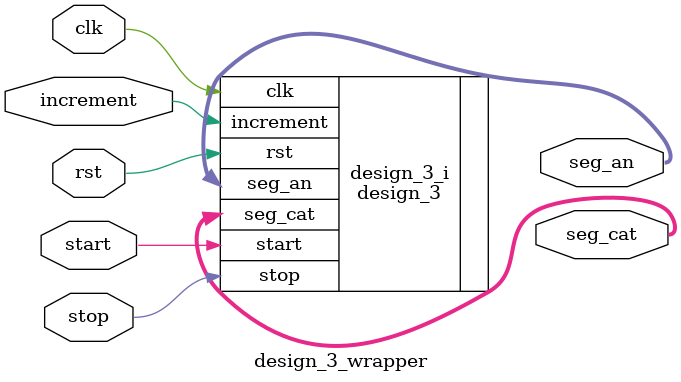
<source format=v>
`timescale 1 ps / 1 ps

module design_3_wrapper
   (clk,
    increment,
    rst,
    seg_an,
    seg_cat,
    start,
    stop);
  input clk;
  input increment;
  input rst;
  output [3:0]seg_an;
  output [6:0]seg_cat;
  input start;
  input stop;

  wire clk;
  wire increment;
  wire rst;
  wire [3:0]seg_an;
  wire [6:0]seg_cat;
  wire start;
  wire stop;

  design_3 design_3_i
       (.clk(clk),
        .increment(increment),
        .rst(rst),
        .seg_an(seg_an),
        .seg_cat(seg_cat),
        .start(start),
        .stop(stop));
endmodule

</source>
